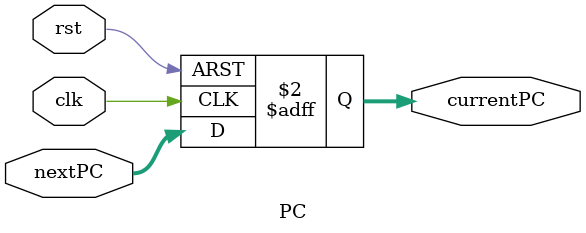
<source format=v>
`timescale 1ns/1ns

module PC(input clk, rst, input [31:0] nextPC, output reg [31:0] currentPC);
  always@(posedge clk, posedge rst) begin
    if(rst)
      currentPC <= 32'd0;
    else
      currentPC <= nextPC;
  end
endmodule

    


</source>
